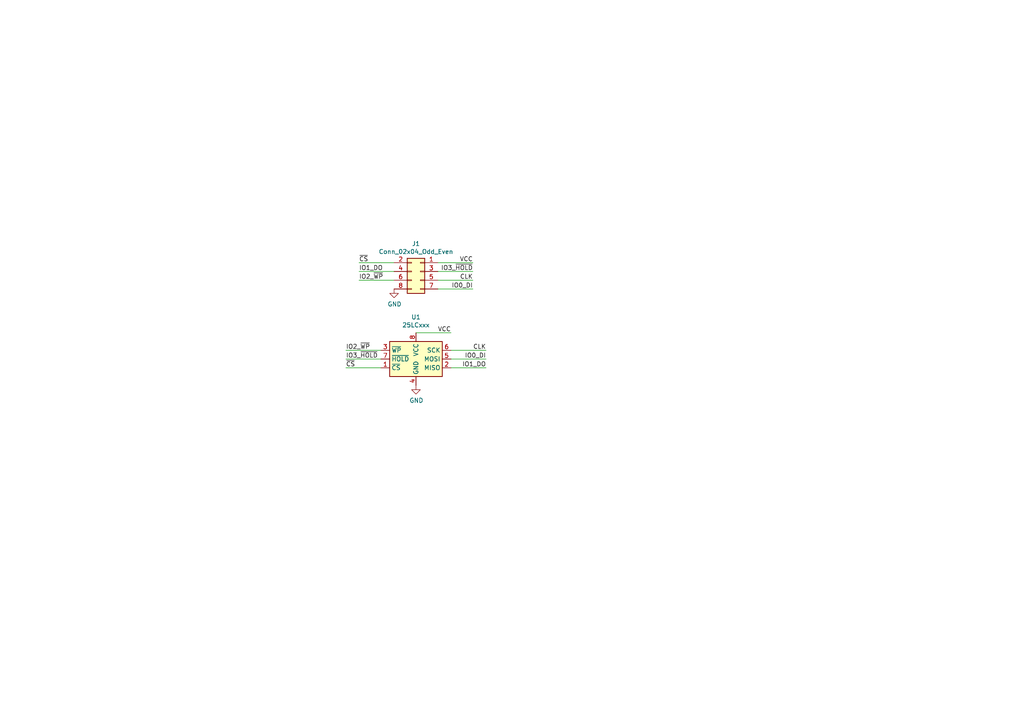
<source format=kicad_sch>
(kicad_sch (version 20201015) (generator eeschema)
  (page 1 1)
  (paper "A4")
  (lib_symbols
    (symbol "Connector_Generic:Conn_02x04_Odd_Even" (pin_names (offset 1.016) hide)
      (property "Reference" "J" (at 1.27 5.08 0))
      (property "Value" "Conn_02x04_Odd_Even" (at 1.27 -7.62 0))
      (symbol "Conn_02x04_Odd_Even_1_1"
        (rectangle (start -1.27 -4.953) (end 0 -5.207) (stroke (width 0.1524)))
        (rectangle (start -1.27 -2.413) (end 0 -2.667) (stroke (width 0.1524)))
        (rectangle (start -1.27 2.667) (end 0 2.413) (stroke (width 0.1524)))
        (rectangle (start -1.27 3.81) (end 3.81 -6.35) (stroke (width 0.254)) (fill (type background)))
        (rectangle (start -1.27 0.127) (end 0 -0.127) (stroke (width 0.1524)))
        (rectangle (start 3.81 -4.953) (end 2.54 -5.207) (stroke (width 0.1524)))
        (rectangle (start 3.81 -2.413) (end 2.54 -2.667) (stroke (width 0.1524)))
        (rectangle (start 3.81 2.667) (end 2.54 2.413) (stroke (width 0.1524)))
        (rectangle (start 3.81 0.127) (end 2.54 -0.127) (stroke (width 0.1524)))
        (pin passive line (at -5.08 2.54 0) (length 3.81) (name "Pin_1") (number "1"))
        (pin passive line (at 7.62 2.54 180) (length 3.81) (name "Pin_2") (number "2"))
        (pin passive line (at -5.08 0 0) (length 3.81) (name "Pin_3") (number "3"))
        (pin passive line (at 7.62 0 180) (length 3.81) (name "Pin_4") (number "4"))
        (pin passive line (at -5.08 -2.54 0) (length 3.81) (name "Pin_5") (number "5"))
        (pin passive line (at 7.62 -2.54 180) (length 3.81) (name "Pin_6") (number "6"))
        (pin passive line (at -5.08 -5.08 0) (length 3.81) (name "Pin_7") (number "7"))
        (pin passive line (at 7.62 -5.08 180) (length 3.81) (name "Pin_8") (number "8"))
      )
    )
    (symbol "Memory_EEPROM:25LCxxx"
      (property "Reference" "U" (at -7.62 6.35 0))
      (property "Value" "25LCxxx" (at 2.54 -6.35 0))
      (symbol "25LCxxx_1_1"
        (rectangle (start -7.62 5.08) (end 7.62 -5.08) (stroke (width 0.254)) (fill (type background)))
        (pin input line (at -10.16 -2.54 0) (length 2.54) (name "~CS") (number "1"))
        (pin tri_state line (at 10.16 -2.54 180) (length 2.54) (name "MISO") (number "2"))
        (pin input line (at -10.16 2.54 0) (length 2.54) (name "~WP") (number "3"))
        (pin power_in line (at 0 -7.62 90) (length 2.54) (name "GND") (number "4"))
        (pin input line (at 10.16 0 180) (length 2.54) (name "MOSI") (number "5"))
        (pin input line (at 10.16 2.54 180) (length 2.54) (name "SCK") (number "6"))
        (pin input line (at -10.16 0 0) (length 2.54) (name "~HOLD") (number "7"))
        (pin power_in line (at 0 7.62 270) (length 2.54) (name "VCC") (number "8"))
      )
    )
    (symbol "power:GND" (power) (pin_names (offset 0))
      (property "Value" "GND" (at 0 -3.81 0))
      (symbol "GND_0_1"
        (polyline (pts (xy 0 0) (xy 0 -1.27) (xy 1.27 -1.27) (xy 0 -2.54) (xy -1.27 -1.27) (xy 0 -1.27)))
      )
      (symbol "GND_1_1"
        (pin power_in line (at 0 0 270) (length 0) hide (name "GND") (number "1"))
      )
    )
  )
  (wire (pts (xy 100.33 101.6) (xy 110.49 101.6)))
  (wire (pts (xy 100.33 104.14) (xy 110.49 104.14)))
  (wire (pts (xy 100.33 106.68) (xy 110.49 106.68)))
  (wire (pts (xy 104.14 76.2) (xy 114.3 76.2)))
  (wire (pts (xy 104.14 78.74) (xy 114.3 78.74)))
  (wire (pts (xy 104.14 81.28) (xy 114.3 81.28)))
  (wire (pts (xy 130.81 96.52) (xy 120.65 96.52)))
  (wire (pts (xy 137.16 76.2) (xy 127 76.2)))
  (wire (pts (xy 137.16 78.74) (xy 127 78.74)))
  (wire (pts (xy 137.16 81.28) (xy 127 81.28)))
  (wire (pts (xy 137.16 83.82) (xy 127 83.82)))
  (wire (pts (xy 140.97 101.6) (xy 130.81 101.6)))
  (wire (pts (xy 140.97 104.14) (xy 130.81 104.14)))
  (wire (pts (xy 140.97 106.68) (xy 130.81 106.68)))
  (label "IO2_~WP" (at 100.33 101.6 0))
  (label "IO3_~HOLD" (at 100.33 104.14 0))
  (label "~CS" (at 100.33 106.68 0))
  (label "~CS" (at 104.14 76.2 0))
  (label "IO1_DO" (at 104.14 78.74 0))
  (label "IO2_~WP" (at 104.14 81.28 0))
  (label "VCC" (at 130.81 96.52 180))
  (label "VCC" (at 137.16 76.2 180))
  (label "IO3_~HOLD" (at 137.16 78.74 180))
  (label "CLK" (at 137.16 81.28 180))
  (label "IO0_DI" (at 137.16 83.82 180))
  (label "CLK" (at 140.97 101.6 180))
  (label "IO0_DI" (at 140.97 104.14 180))
  (label "IO1_DO" (at 140.97 106.68 180))
  (symbol (lib_id "power:GND") (at 114.3 83.82 0) (unit 1)
    (property "Reference" "#PWR01" (effects hide))
    (property "Value" "GND" (at 114.427 88.2142 0))
  )
  (symbol (lib_id "power:GND") (at 120.65 111.76 0) (unit 1)
    (property "Reference" "#PWR02" (effects hide))
    (property "Value" "GND" (at 120.777 116.1542 0))
  )
  (symbol (lib_id "Connector_Generic:Conn_02x04_Odd_Even") (at 121.92 78.74 0) (mirror y) (unit 1)
    (property "Reference" "J1" (at 120.65 70.6882 0))
    (property "Value" "Conn_02x04_Odd_Even" (at 120.65 72.9996 0))
    (property "Footprint" "Connector_PinSocket_1.27mm:PinSocket_2x04_P1.27mm_Vertical_SMD" (effects hide))
  )
  (symbol (lib_id "Memory_EEPROM:25LCxxx") (at 120.65 104.14 0) (unit 1)
    (property "Reference" "U1" (at 120.65 91.9734 0))
    (property "Value" "25LCxxx" (at 120.65 94.2848 0))
    (property "Footprint" "Package_DIP:DIP-8_W7.62mm" (effects hide))
    (property "Datasheet" "http://ww1.microchip.com/downloads/en/DeviceDoc/21832H.pdf" (effects hide))
  )
)
</source>
